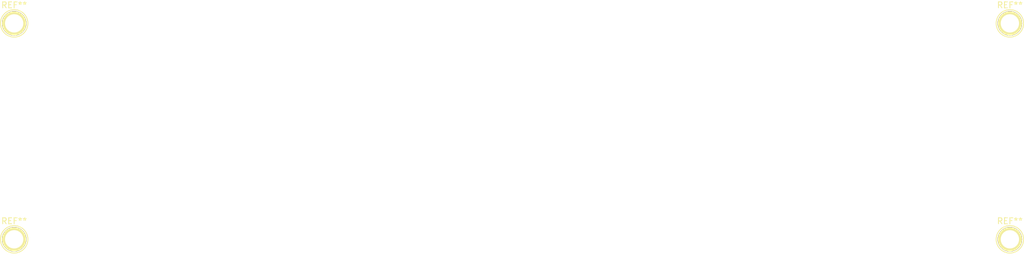
<source format=kicad_pcb>
(kicad_pcb (version 4) (host pcbnew 4.0.2-stable)

  (general
    (links 0)
    (no_connects 0)
    (area 0 0 0 0)
    (thickness 1.6)
    (drawings 0)
    (tracks 0)
    (zones 0)
    (modules 4)
    (nets 1)
  )

  (page A4)
  (layers
    (0 F.Cu signal)
    (31 B.Cu signal)
    (32 B.Adhes user)
    (33 F.Adhes user)
    (34 B.Paste user)
    (35 F.Paste user)
    (36 B.SilkS user)
    (37 F.SilkS user)
    (38 B.Mask user)
    (39 F.Mask user)
    (40 Dwgs.User user)
    (41 Cmts.User user)
    (42 Eco1.User user)
    (43 Eco2.User user)
    (44 Edge.Cuts user)
    (45 Margin user)
    (46 B.CrtYd user)
    (47 F.CrtYd user)
    (48 B.Fab user)
    (49 F.Fab user)
  )

  (setup
    (last_trace_width 0.25)
    (trace_clearance 0.2)
    (zone_clearance 0.508)
    (zone_45_only no)
    (trace_min 0.2)
    (segment_width 0.2)
    (edge_width 0.15)
    (via_size 0.6)
    (via_drill 0.4)
    (via_min_size 0.4)
    (via_min_drill 0.3)
    (uvia_size 0.3)
    (uvia_drill 0.1)
    (uvias_allowed no)
    (uvia_min_size 0.2)
    (uvia_min_drill 0.1)
    (pcb_text_width 0.3)
    (pcb_text_size 1.5 1.5)
    (mod_edge_width 0.15)
    (mod_text_size 1 1)
    (mod_text_width 0.15)
    (pad_size 4.064 4.064)
    (pad_drill 3.048)
    (pad_to_mask_clearance 0.2)
    (aux_axis_origin 0 0)
    (visible_elements FFFFFF7F)
    (pcbplotparams
      (layerselection 0x00030_80000001)
      (usegerberextensions false)
      (excludeedgelayer true)
      (linewidth 0.100000)
      (plotframeref false)
      (viasonmask false)
      (mode 1)
      (useauxorigin false)
      (hpglpennumber 1)
      (hpglpenspeed 20)
      (hpglpendiameter 15)
      (hpglpenoverlay 2)
      (psnegative false)
      (psa4output false)
      (plotreference true)
      (plotvalue true)
      (plotinvisibletext false)
      (padsonsilk false)
      (subtractmaskfromsilk false)
      (outputformat 1)
      (mirror false)
      (drillshape 1)
      (scaleselection 1)
      (outputdirectory ""))
  )

  (net 0 "")

  (net_class Default "This is the default net class."
    (clearance 0.2)
    (trace_width 0.25)
    (via_dia 0.6)
    (via_drill 0.4)
    (uvia_dia 0.3)
    (uvia_drill 0.1)
  )

  (module Connect:1pin locked (layer F.Cu) (tedit 575C17BE) (tstamp 575CD5BF)
    (at 65.71 72.46)
    (descr "module 1 pin (ou trou mecanique de percage)")
    (tags DEV)
    (fp_text reference REF** (at 0 -3.048) (layer F.SilkS)
      (effects (font (size 1 1) (thickness 0.15)))
    )
    (fp_text value 1pin (at 0 2.794) (layer F.Fab)
      (effects (font (size 1 1) (thickness 0.15)))
    )
    (fp_circle (center 0 0) (end 0 -2.286) (layer F.SilkS) (width 0.15))
    (pad 1 thru_hole circle (at 0 0) (size 4.064 4.064) (drill 3.048) (layers *.Cu *.Mask F.SilkS))
  )

  (module Connect:1pin locked (layer F.Cu) (tedit 0) (tstamp 575CD5CB)
    (at 65.71 108.46)
    (descr "module 1 pin (ou trou mecanique de percage)")
    (tags DEV)
    (fp_text reference REF** (at 0 -3.048) (layer F.SilkS)
      (effects (font (size 1 1) (thickness 0.15)))
    )
    (fp_text value 1pin (at 0 2.794) (layer F.Fab)
      (effects (font (size 1 1) (thickness 0.15)))
    )
    (fp_circle (center 0 0) (end 0 -2.286) (layer F.SilkS) (width 0.15))
    (pad 1 thru_hole circle (at 0 0) (size 4.064 4.064) (drill 3.048) (layers *.Cu *.Mask F.SilkS))
  )

  (module Connect:1pin locked (layer F.Cu) (tedit 0) (tstamp 575CD5D1)
    (at 231.71 72.46)
    (descr "module 1 pin (ou trou mecanique de percage)")
    (tags DEV)
    (fp_text reference REF** (at 0 -3.048) (layer F.SilkS)
      (effects (font (size 1 1) (thickness 0.15)))
    )
    (fp_text value 1pin (at 0 2.794) (layer F.Fab)
      (effects (font (size 1 1) (thickness 0.15)))
    )
    (fp_circle (center 0 0) (end 0 -2.286) (layer F.SilkS) (width 0.15))
    (pad 1 thru_hole circle (at 0 0) (size 4.064 4.064) (drill 3.048) (layers *.Cu *.Mask F.SilkS))
  )

  (module Connect:1pin locked (layer F.Cu) (tedit 0) (tstamp 575CD5D7)
    (at 231.71 108.46)
    (descr "module 1 pin (ou trou mecanique de percage)")
    (tags DEV)
    (fp_text reference REF** (at 0 -3.048) (layer F.SilkS)
      (effects (font (size 1 1) (thickness 0.15)))
    )
    (fp_text value 1pin (at 0 2.794) (layer F.Fab)
      (effects (font (size 1 1) (thickness 0.15)))
    )
    (fp_circle (center 0 0) (end 0 -2.286) (layer F.SilkS) (width 0.15))
    (pad 1 thru_hole circle (at 0 0) (size 4.064 4.064) (drill 3.048) (layers *.Cu *.Mask F.SilkS))
  )

)

</source>
